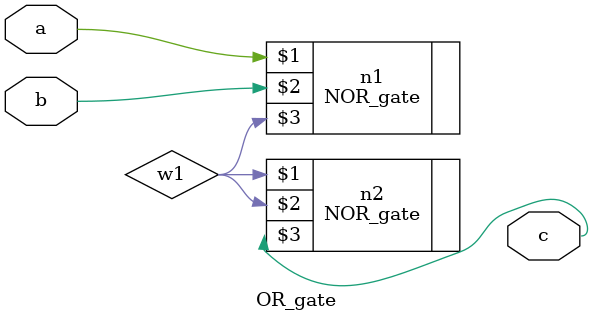
<source format=v>
`include "NOR.v"
module OR_gate(a, b, c);
input a, b;
output c;

wire w1;

NOR_gate n1(a, b, w1);
NOR_gate n2(w1, w1, c);


endmodule
</source>
